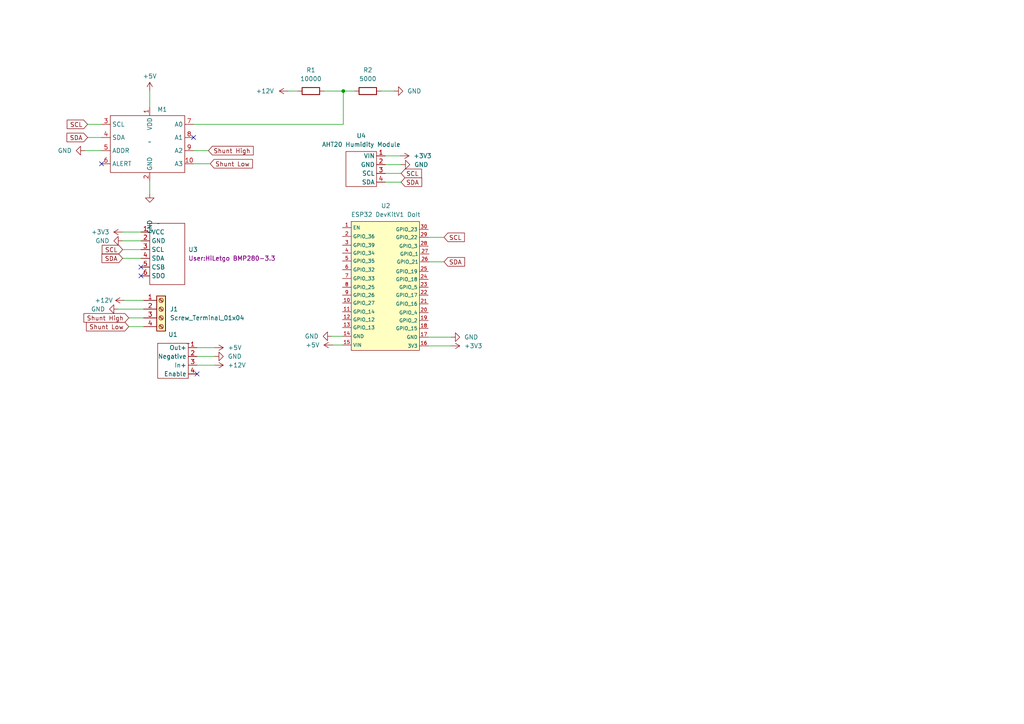
<source format=kicad_sch>
(kicad_sch (version 20230121) (generator eeschema)
  (paper "A4")
  (lib_symbols
    (symbol "Connector:Screw_Terminal_01x04" (pin_names (offset 1.016) hide)
      (property "Reference" "J" (at 0 5.08 0))
      (property "Value" "Screw_Terminal_01x04" (at 0 -7.62 0))
      (symbol "Screw_Terminal_01x04_1_1"
        (rectangle (start -1.27 3.81) (end 1.27 -6.35) (stroke (width 0.254)) (fill (type background)))
        (circle (center 0 -5.08) (radius 0.635) (stroke (width 0.1524)))
        (circle (center 0 -2.54) (radius 0.635) (stroke (width 0.1524)))
        (polyline (pts (xy -0.5334 -4.7498) (xy 0.3302 -5.588)) (stroke (width 0.1524)))
        (polyline (pts (xy -0.5334 -2.2098) (xy 0.3302 -3.048)) (stroke (width 0.1524)))
        (polyline (pts (xy -0.5334 0.3302) (xy 0.3302 -0.508)) (stroke (width 0.1524)))
        (polyline (pts (xy -0.5334 2.8702) (xy 0.3302 2.032)) (stroke (width 0.1524)))
        (polyline (pts (xy -0.3556 -4.572) (xy 0.508 -5.4102)) (stroke (width 0.1524)))
        (polyline (pts (xy -0.3556 -2.032) (xy 0.508 -2.8702)) (stroke (width 0.1524)))
        (polyline (pts (xy -0.3556 0.508) (xy 0.508 -0.3302)) (stroke (width 0.1524)))
        (polyline (pts (xy -0.3556 3.048) (xy 0.508 2.2098)) (stroke (width 0.1524)))
        (circle (center 0 0) (radius 0.635) (stroke (width 0.1524)))
        (circle (center 0 2.54) (radius 0.635) (stroke (width 0.1524)))
        (pin passive line (at -5.08 2.54 0) (length 3.81) (name "Pin_1") (number "1"))
        (pin passive line (at -5.08 0 0) (length 3.81) (name "Pin_2") (number "2"))
        (pin passive line (at -5.08 -2.54 0) (length 3.81) (name "Pin_3") (number "3"))
        (pin passive line (at -5.08 -5.08 0) (length 3.81) (name "Pin_4") (number "4"))
      )
    )
    (symbol "Device:R" (pin_numbers hide) (pin_names (offset 0))
      (property "Reference" "R" (at 2.032 0 90))
      (property "Value" "R" (at 0 0 90))
      (symbol "R_0_1"
        (rectangle (start -1.016 -2.54) (end 1.016 2.54) (stroke (width 0.254)))
      )
      (symbol "R_1_1"
        (pin passive line (at 0 3.81 270) (length 1.27) (name "~") (number "1"))
        (pin passive line (at 0 -3.81 90) (length 1.27) (name "~") (number "2"))
      )
    )
    (symbol "User:ADS1115"
      (property "Reference" "M" (at -10.16 8.89 0))
      (symbol "ADS1115_0_1"
        (rectangle (start -11.43 7.62) (end 10.16 -8.89))
      )
      (symbol "ADS1115_1_1"
        (pin power_in line (at 0 10.16 270) (length 2.54) (name "VDD") (number "1"))
        (pin input line (at 12.7 -6.35 180) (length 2.54) (name "A3") (number "10"))
        (pin power_in line (at 0 -11.43 90) (length 2.54) (name "GND") (number "2"))
        (pin power_in line (at -13.97 5.08 0) (length 2.54) (name "SCL") (number "3"))
        (pin bidirectional line (at -13.97 1.27 0) (length 2.54) (name "SDA") (number "4"))
        (pin bidirectional line (at -13.97 -2.54 0) (length 2.54) (name "ADDR") (number "5"))
        (pin bidirectional line (at -13.97 -6.35 0) (length 2.54) (name "ALERT") (number "6"))
        (pin input line (at 12.7 5.08 180) (length 2.54) (name "A0") (number "7"))
        (pin input line (at 12.7 1.27 180) (length 2.54) (name "A1") (number "8"))
        (pin input line (at 12.7 -2.54 180) (length 2.54) (name "A2") (number "9"))
      )
    )
    (symbol "User:AHT20 Humidity Module"
      (property "Reference" "U" (at 0 3.81 0))
      (property "Value" "AHT20 Humidity Module" (at 0 1.27 0))
      (symbol "AHT20 Humidity Module_0_1"
        (rectangle (start -8.89 0) (end 0 -10.16))
      )
      (symbol "AHT20 Humidity Module_1_1"
        (pin power_in line (at 2.54 -1.27 180) (length 2.54) (name "VIN") (number "1"))
        (pin power_in line (at 2.54 -3.81 180) (length 2.54) (name "GND") (number "2"))
        (pin input line (at 2.54 -6.35 180) (length 2.54) (name "SCL") (number "3"))
        (pin bidirectional line (at 2.54 -8.89 180) (length 2.54) (name "SDA") (number "4"))
      )
    )
    (symbol "User:Drok_Vreg"
      (property "Reference" "U" (at 0 1.778 0))
      (symbol "Drok_Vreg_0_1"
        (rectangle (start -8.89 0) (end 0 -10.16))
      )
      (symbol "Drok_Vreg_1_1"
        (pin output line (at 2.54 -1.27 180) (length 2.54) (name "Out+") (number "1"))
        (pin input line (at 2.54 -3.81 180) (length 2.54) (name "Negative") (number "2"))
        (pin input line (at 2.54 -6.35 180) (length 2.54) (name "In+") (number "3"))
        (pin passive line (at 2.54 -8.89 180) (length 2.54) (name "Enable") (number "4"))
      )
    )
    (symbol "User:ESP32_DevkitV1_DoIt"
      (property "Reference" "U" (at 0 2.794 0))
      (property "Value" "ESP32 DevKitV1 DoIt" (at -0.254 0.762 0))
      (symbol "ESP32_DevkitV1_DoIt_1_1"
        (rectangle (start -9.906 -0.762) (end 9.906 -38.1) (fill (type background)))
        (pin input line (at -12.446 -2.54 0) (length 2.54) (name "EN") (number "1"))
        (pin bidirectional line (at -12.446 -24.384 0) (length 2.54) (name "GPIO_27") (number "10"))
        (pin bidirectional line (at -12.446 -26.924 0) (length 2.54) (name "GPIO_14") (number "11"))
        (pin bidirectional line (at -12.446 -29.21 0) (length 2.54) (name "GPIO_12") (number "12"))
        (pin bidirectional line (at -12.446 -31.496 0) (length 2.54) (name "GPIO_13") (number "13"))
        (pin power_in line (at -12.446 -34.036 0) (length 2.54) (name "GND") (number "14"))
        (pin power_in line (at -12.446 -36.576 0) (length 2.54) (name "VIN") (number "15"))
        (pin bidirectional line (at 12.446 -36.83 180) (length 2.54) (name "3V3") (number "16"))
        (pin power_in line (at 12.446 -34.29 180) (length 2.54) (name "GND") (number "17"))
        (pin bidirectional line (at 12.446 -31.75 180) (length 2.54) (name "GPIO_15") (number "18"))
        (pin bidirectional line (at 12.446 -29.464 180) (length 2.54) (name "GPIO_2") (number "19"))
        (pin bidirectional line (at -12.446 -5.08 0) (length 2.54) (name "GPIO_36") (number "2"))
        (pin bidirectional line (at 12.446 -27.178 180) (length 2.54) (name "GPIO_4") (number "20"))
        (pin bidirectional line (at 12.446 -24.638 180) (length 2.54) (name "GPIO_16") (number "21"))
        (pin bidirectional line (at 12.446 -22.098 180) (length 2.54) (name "GPIO_17") (number "22"))
        (pin bidirectional line (at 12.446 -19.812 180) (length 2.54) (name "GPIO_5") (number "23"))
        (pin bidirectional line (at 12.446 -17.526 180) (length 2.54) (name "GPIO_18") (number "24"))
        (pin bidirectional line (at 12.446 -15.24 180) (length 2.54) (name "GPIO_19") (number "25"))
        (pin bidirectional line (at 12.7 -12.446 180) (length 2.54) (name "GPIO_21") (number "26"))
        (pin bidirectional line (at 12.7 -10.16 180) (length 2.54) (name "GPIO_1") (number "27"))
        (pin bidirectional line (at 12.446 -7.874 180) (length 2.54) (name "GPIO_3") (number "28"))
        (pin bidirectional line (at 12.446 -5.334 180) (length 2.54) (name "GPIO_22") (number "29"))
        (pin bidirectional line (at -12.446 -7.62 0) (length 2.54) (name "GPIO_39") (number "3"))
        (pin bidirectional line (at 12.446 -3.048 180) (length 2.54) (name "GPIO_23") (number "30"))
        (pin bidirectional line (at -12.446 -9.906 0) (length 2.54) (name "GPIO_34") (number "4"))
        (pin bidirectional line (at -12.446 -12.192 0) (length 2.54) (name "GPIO_35") (number "5"))
        (pin bidirectional line (at -12.446 -14.732 0) (length 2.54) (name "GPIO_32") (number "6"))
        (pin bidirectional line (at -12.446 -17.272 0) (length 2.54) (name "GPIO_33") (number "7"))
        (pin bidirectional line (at -12.446 -19.812 0) (length 2.54) (name "GPIO_25") (number "8"))
        (pin bidirectional line (at -12.446 -22.098 0) (length 2.54) (name "GPIO_26") (number "9"))
      )
    )
    (symbol "User:HiLetgo_BMP280-3.3"
      (property "Reference" "U" (at -0.254 2.794 0))
      (property "Footprint" "User:HiLetgo BMP280-3.3" (at -2.286 1.016 0))
      (symbol "HiLetgo_BMP280-3.3_1_1"
        (rectangle (start -4.826 0) (end 5.334 -17.78))
        (pin input line (at -7.366 -2.54 0) (length 2.54) (name "VCC") (number "1"))
        (pin input line (at -7.366 -5.08 0) (length 2.54) (name "GND") (number "2"))
        (pin input line (at -7.366 -7.62 0) (length 2.54) (name "SCL") (number "3"))
        (pin input line (at -7.366 -10.16 0) (length 2.54) (name "SDA") (number "4"))
        (pin input line (at -7.366 -12.7 0) (length 2.54) (name "CSB") (number "5"))
        (pin input line (at -7.366 -15.24 0) (length 2.54) (name "SDO") (number "6"))
      )
    )
    (symbol "power:+12V" (power) (pin_names (offset 0))
      (property "Value" "+12V" (at 0 3.556 0))
      (symbol "+12V_0_1"
        (polyline (pts (xy -0.762 1.27) (xy 0 2.54)))
        (polyline (pts (xy 0 0) (xy 0 2.54)))
        (polyline (pts (xy 0 2.54) (xy 0.762 1.27)))
      )
      (symbol "+12V_1_1"
        (pin power_in line (at 0 0 90) (length 0) hide (name "+12V") (number "1"))
      )
    )
    (symbol "power:+3V3" (power) (pin_names (offset 0))
      (property "Value" "+3V3" (at 0 3.556 0))
      (symbol "+3V3_0_1"
        (polyline (pts (xy -0.762 1.27) (xy 0 2.54)))
        (polyline (pts (xy 0 0) (xy 0 2.54)))
        (polyline (pts (xy 0 2.54) (xy 0.762 1.27)))
      )
      (symbol "+3V3_1_1"
        (pin power_in line (at 0 0 90) (length 0) hide (name "+3V3") (number "1"))
      )
    )
    (symbol "power:+5V" (power) (pin_names (offset 0))
      (property "Value" "+5V" (at 0 3.556 0))
      (symbol "+5V_0_1"
        (polyline (pts (xy -0.762 1.27) (xy 0 2.54)))
        (polyline (pts (xy 0 0) (xy 0 2.54)))
        (polyline (pts (xy 0 2.54) (xy 0.762 1.27)))
      )
      (symbol "+5V_1_1"
        (pin power_in line (at 0 0 90) (length 0) hide (name "+5V") (number "1"))
      )
    )
    (symbol "power:GND" (power) (pin_names (offset 0))
      (property "Value" "GND" (at 0 -3.81 0))
      (symbol "GND_0_1"
        (polyline (pts (xy 0 0) (xy 0 -1.27) (xy 1.27 -1.27) (xy 0 -2.54) (xy -1.27 -1.27) (xy 0 -1.27)))
      )
      (symbol "GND_1_1"
        (pin power_in line (at 0 0 270) (length 0) hide (name "GND") (number "1"))
      )
    )
  )
  (junction (at 99.568 26.416))
  (no_connect (at 40.894 80.01))
  (no_connect (at 57.15 108.458))
  (no_connect (at 56.134 39.878))
  (no_connect (at 29.464 47.498))
  (no_connect (at 40.894 77.47))
  (wire (pts (xy 25.4 39.878) (xy 29.464 39.878)))
  (wire (pts (xy 57.15 105.918) (xy 62.23 105.918)))
  (wire (pts (xy 124.206 68.834) (xy 128.778 68.834)))
  (wire (pts (xy 99.568 26.416) (xy 102.87 26.416)))
  (wire (pts (xy 35.56 69.85) (xy 40.894 69.85)))
  (wire (pts (xy 93.98 26.416) (xy 99.568 26.416)))
  (wire (pts (xy 56.134 43.688) (xy 60.452 43.688)))
  (wire (pts (xy 111.76 52.832) (xy 116.332 52.832)))
  (wire (pts (xy 111.76 45.212) (xy 116.078 45.212)))
  (wire (pts (xy 111.76 47.752) (xy 116.332 47.752)))
  (wire (pts (xy 124.46 75.946) (xy 128.778 75.946)))
  (wire (pts (xy 124.206 100.33) (xy 130.81 100.33)))
  (wire (pts (xy 35.56 72.39) (xy 40.894 72.39)))
  (wire (pts (xy 96.52 100.076) (xy 99.314 100.076)))
  (wire (pts (xy 37.338 92.202) (xy 41.656 92.202)))
  (wire (pts (xy 96.266 97.536) (xy 99.314 97.536)))
  (wire (pts (xy 36.068 87.122) (xy 41.656 87.122)))
  (wire (pts (xy 25.4 36.068) (xy 29.464 36.068)))
  (wire (pts (xy 34.29 89.662) (xy 41.656 89.662)))
  (wire (pts (xy 111.76 50.292) (xy 116.332 50.292)))
  (wire (pts (xy 43.434 26.416) (xy 43.434 30.988)))
  (wire (pts (xy 43.434 52.578) (xy 43.434 56.134)))
  (wire (pts (xy 110.49 26.416) (xy 114.3 26.416)))
  (wire (pts (xy 124.206 97.79) (xy 130.81 97.79)))
  (wire (pts (xy 83.566 26.416) (xy 86.36 26.416)))
  (wire (pts (xy 56.134 47.498) (xy 60.96 47.498)))
  (wire (pts (xy 99.568 36.068) (xy 99.568 26.416)))
  (wire (pts (xy 35.56 67.31) (xy 40.894 67.31)))
  (wire (pts (xy 37.338 94.742) (xy 41.656 94.742)))
  (wire (pts (xy 57.15 100.838) (xy 62.23 100.838)))
  (wire (pts (xy 56.134 36.068) (xy 99.568 36.068)))
  (wire (pts (xy 57.15 103.378) (xy 62.23 103.378)))
  (wire (pts (xy 24.638 43.688) (xy 29.464 43.688)))
  (wire (pts (xy 35.56 74.93) (xy 40.894 74.93)))
  (global_label "SCL" (shape input) (at 116.332 50.292 0) (property "Intersheetrefs" "${INTERSHEET_REFS}" (effects hide)))
  (global_label "SCL" (shape input) (at 128.778 68.834 0) (property "Intersheetrefs" "${INTERSHEET_REFS}" (effects hide)))
  (global_label "Shunt High" (shape input) (at 37.338 92.202 180) (property "Intersheetrefs" "${INTERSHEET_REFS}" (effects hide)))
  (global_label "Shunt High" (shape input) (at 60.452 43.688 0) (property "Intersheetrefs" "${INTERSHEET_REFS}" (effects hide)))
  (global_label "SDA" (shape input) (at 25.4 39.878 180) (property "Intersheetrefs" "${INTERSHEET_REFS}" (effects hide)))
  (global_label "SCL" (shape input) (at 25.4 36.068 180) (property "Intersheetrefs" "${INTERSHEET_REFS}" (effects hide)))
  (global_label "Shunt Low" (shape input) (at 60.96 47.498 0) (property "Intersheetrefs" "${INTERSHEET_REFS}" (effects hide)))
  (global_label "SCL" (shape input) (at 35.56 72.39 180) (property "Intersheetrefs" "${INTERSHEET_REFS}" (effects hide)))
  (global_label "SDA" (shape input) (at 35.56 74.93 180) (property "Intersheetrefs" "${INTERSHEET_REFS}" (effects hide)))
  (global_label "Shunt Low" (shape input) (at 37.338 94.742 180) (property "Intersheetrefs" "${INTERSHEET_REFS}" (effects hide)))
  (global_label "SDA" (shape input) (at 128.778 75.946 0) (property "Intersheetrefs" "${INTERSHEET_REFS}" (effects hide)))
  (global_label "SDA" (shape input) (at 116.332 52.832 0) (property "Intersheetrefs" "${INTERSHEET_REFS}" (effects hide)))
  (symbol (lib_id "power:GND") (at 62.23 103.378 90) (unit 1)
    (property "Reference" "#PWR03" (effects hide))
    (property "Value" "GND" (at 66.04 103.378 90) (effects (justify right)))
  )
  (symbol (lib_id "power:+5V") (at 62.23 100.838 270) (unit 1)
    (property "Reference" "#PWR04" (effects hide))
    (property "Value" "+5V" (at 66.04 100.838 90) (effects (justify left)))
  )
  (symbol (lib_id "power:GND") (at 43.434 56.134 0) (unit 1)
    (property "Reference" "#PWR015" (effects hide))
    (property "Value" "GND" (at 43.434 63.754 90) (effects (justify right)))
  )
  (symbol (lib_id "power:+5V") (at 43.434 26.416 0) (unit 1)
    (property "Reference" "#PWR014" (effects hide))
    (property "Value" "+5V" (at 43.434 22.098 0))
  )
  (symbol (lib_id "power:+3V3") (at 116.078 45.212 270) (unit 1)
    (property "Reference" "#PWR017" (effects hide))
    (property "Value" "+3V3" (at 119.888 45.212 90) (effects (justify left)))
  )
  (symbol (lib_id "power:GND") (at 116.332 47.752 90) (unit 1)
    (property "Reference" "#PWR018" (effects hide))
    (property "Value" "GND" (at 120.142 47.752 90) (effects (justify right)))
  )
  (symbol (lib_id "User:Drok_Vreg") (at 54.61 99.568 0) (unit 1)
    (property "Reference" "U1" (at 50.165 97.028 0))
    (property "Value" "~" (at 54.61 99.568 0))
    (property "Footprint" "User:Drok Vreg" (effects hide))
  )
  (symbol (lib_id "power:GND") (at 114.3 26.416 90) (unit 1)
    (property "Reference" "#PWR013" (effects hide))
    (property "Value" "GND" (at 118.11 26.416 90) (effects (justify right)))
  )
  (symbol (lib_id "power:+12V") (at 83.566 26.416 90) (unit 1)
    (property "Reference" "#PWR012" (effects hide))
    (property "Value" "+12V" (at 79.502 26.416 90) (effects (justify left)))
  )
  (symbol (lib_id "power:+5V") (at 96.52 100.076 90) (unit 1)
    (property "Reference" "#PWR05" (effects hide))
    (property "Value" "+5V" (at 92.71 100.076 90) (effects (justify left)))
  )
  (symbol (lib_id "User:ESP32_DevkitV1_DoIt") (at 111.76 63.5 0) (unit 1)
    (property "Reference" "U2" (at 111.887 59.69 0))
    (property "Value" "ESP32 DevKitV1 DoIt" (at 111.887 62.23 0))
    (property "Footprint" "User:ESP32 DevKitV1 DoIt" (effects hide))
  )
  (symbol (lib_id "power:+12V") (at 62.23 105.918 270) (unit 1)
    (property "Reference" "#PWR02" (effects hide))
    (property "Value" "+12V" (at 66.04 105.918 90) (effects (justify left)))
  )
  (symbol (lib_id "power:+3V3") (at 130.81 100.33 270) (unit 1)
    (property "Reference" "#PWR06" (effects hide))
    (property "Value" "+3V3" (at 134.62 100.33 90) (effects (justify left)))
  )
  (symbol (lib_id "Device:R") (at 106.68 26.416 90) (unit 1)
    (property "Reference" "R2" (at 106.68 20.32 90))
    (property "Value" "5000" (at 106.68 22.86 90))
    (property "Footprint" "Resistor_THT:R_Axial_DIN0207_L6.3mm_D2.5mm_P10.16mm_Horizontal" (effects hide))
  )
  (symbol (lib_id "power:+12V") (at 36.068 87.122 90) (unit 1)
    (property "Reference" "#PWR09" (effects hide))
    (property "Value" "+12V" (at 32.766 87.122 90) (effects (justify left)))
  )
  (symbol (lib_id "Connector:Screw_Terminal_01x04") (at 46.736 89.662 0) (unit 1)
    (property "Reference" "J1" (at 49.276 89.662 0) (effects (justify left)))
    (property "Value" "Screw_Terminal_01x04" (at 49.276 92.202 0) (effects (justify left)))
    (property "Footprint" "MiscModules:Screw Terminal 2.54 x4" (effects hide))
  )
  (symbol (lib_id "User:ADS1115") (at 43.434 41.148 0) (unit 1)
    (property "Reference" "M1" (at 45.6281 31.75 0) (effects (justify left)))
    (property "Value" "~" (at 43.434 41.148 0))
    (property "Footprint" "User:ADS1115" (effects hide))
  )
  (symbol (lib_id "User:HiLetgo_BMP280-3.3") (at 48.26 64.77 0) (unit 1)
    (property "Reference" "U3" (at 54.61 72.39 0) (effects (justify left)))
    (property "Value" "~" (at 45.974 64.77 0))
    (property "Footprint" "User:HiLetgo BMP280-3.3" (at 54.61 74.93 0) (effects (justify left)))
  )
  (symbol (lib_id "power:GND") (at 130.81 97.79 90) (unit 1)
    (property "Reference" "#PWR01" (effects hide))
    (property "Value" "GND" (at 134.62 97.79 90) (effects (justify right)))
  )
  (symbol (lib_id "power:GND") (at 34.29 89.662 270) (unit 1)
    (property "Reference" "#PWR010" (effects hide))
    (property "Value" "GND" (at 30.48 89.662 90) (effects (justify right)))
  )
  (symbol (lib_id "power:+3V3") (at 35.56 67.31 90) (unit 1)
    (property "Reference" "#PWR07" (effects hide))
    (property "Value" "+3V3" (at 31.75 67.31 90) (effects (justify left)))
  )
  (symbol (lib_id "power:GND") (at 35.56 69.85 270) (unit 1)
    (property "Reference" "#PWR08" (effects hide))
    (property "Value" "GND" (at 31.75 69.85 90) (effects (justify right)))
  )
  (symbol (lib_id "Device:R") (at 90.17 26.416 90) (unit 1)
    (property "Reference" "R1" (at 90.17 20.32 90))
    (property "Value" "10000" (at 90.17 22.86 90))
    (property "Footprint" "Resistor_THT:R_Axial_DIN0207_L6.3mm_D2.5mm_P10.16mm_Horizontal" (effects hide))
  )
  (symbol (lib_id "power:GND") (at 96.266 97.536 270) (unit 1)
    (property "Reference" "#PWR016" (effects hide))
    (property "Value" "GND" (at 92.456 97.536 90) (effects (justify right)))
  )
  (symbol (lib_id "User:AHT20 Humidity Module") (at 109.22 43.942 0) (unit 1)
    (property "Reference" "U4" (at 104.775 39.37 0))
    (property "Value" "AHT20 Humidity Module" (at 104.775 41.91 0))
    (property "Footprint" "User:AHT20 Humidity Module" (effects hide))
  )
  (symbol (lib_id "power:GND") (at 24.638 43.688 270) (unit 1)
    (property "Reference" "#PWR011" (effects hide))
    (property "Value" "GND" (at 20.828 43.688 90) (effects (justify right)))
  )
)
</source>
